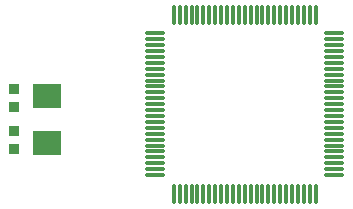
<source format=gtp>
%FSLAX25Y25*%
%MOIN*%
G70*
G01*
G75*
G04 Layer_Color=8421504*
%ADD10C,0.01000*%
%ADD11C,0.01200*%
%ADD12O,0.01181X0.06890*%
%ADD13O,0.06890X0.01181*%
%ADD14R,0.09449X0.07874*%
%ADD15R,0.03543X0.03740*%
%ADD16R,0.06000X0.18000*%
%ADD17R,0.18000X0.04000*%
%ADD18R,0.10000X0.08248*%
%ADD19R,0.06000X0.08000*%
%ADD20R,0.08000X0.06000*%
%ADD21R,0.06000X0.08500*%
%ADD22R,0.08500X0.06000*%
%ADD23R,0.18000X0.06000*%
%ADD24R,0.10000X0.08500*%
%ADD25R,0.07500X0.12000*%
%ADD26R,0.05906X0.05906*%
%ADD27R,0.05906X0.05906*%
%ADD28C,0.02400*%
%ADD29C,0.04500*%
%ADD30C,0.02000*%
%ADD31R,0.03740X0.03543*%
%ADD32R,0.05118X0.03543*%
%ADD33R,0.03543X0.05118*%
%ADD34R,0.04654X0.02962*%
%ADD35R,0.04962X0.04654*%
%ADD36R,0.18724X0.06000*%
%ADD37R,0.06000X0.18500*%
%ADD38C,0.02362*%
%ADD39C,0.00787*%
D12*
X64154Y117823D02*
D03*
X66123D02*
D03*
X68091D02*
D03*
X70060D02*
D03*
X72028D02*
D03*
X73997D02*
D03*
X75965D02*
D03*
X77934D02*
D03*
X79902D02*
D03*
X81871D02*
D03*
X83839D02*
D03*
X85808D02*
D03*
X87776D02*
D03*
X89745D02*
D03*
X91714D02*
D03*
X93682D02*
D03*
X95651D02*
D03*
X97619D02*
D03*
X99588D02*
D03*
X101556D02*
D03*
X103524D02*
D03*
X105493D02*
D03*
X107462D02*
D03*
X109430D02*
D03*
X111398D02*
D03*
Y58177D02*
D03*
X109430D02*
D03*
X107462D02*
D03*
X105493D02*
D03*
X103524D02*
D03*
X101556D02*
D03*
X99588D02*
D03*
X97619D02*
D03*
X95651D02*
D03*
X93682D02*
D03*
X91714D02*
D03*
X89745D02*
D03*
X87776D02*
D03*
X85808D02*
D03*
X83839D02*
D03*
X81871D02*
D03*
X79902D02*
D03*
X77934D02*
D03*
X75965D02*
D03*
X73997D02*
D03*
X72028D02*
D03*
X70060D02*
D03*
X68091D02*
D03*
X66123D02*
D03*
X64154D02*
D03*
D13*
X117599Y111622D02*
D03*
Y109653D02*
D03*
Y107685D02*
D03*
Y105717D02*
D03*
Y103748D02*
D03*
Y101779D02*
D03*
Y99811D02*
D03*
Y97843D02*
D03*
Y95874D02*
D03*
Y93906D02*
D03*
Y91937D02*
D03*
Y89969D02*
D03*
Y88000D02*
D03*
Y86032D02*
D03*
Y84063D02*
D03*
Y82095D02*
D03*
Y80126D02*
D03*
Y78158D02*
D03*
Y76189D02*
D03*
Y74221D02*
D03*
Y72252D02*
D03*
Y70284D02*
D03*
Y68315D02*
D03*
Y66347D02*
D03*
Y64378D02*
D03*
X57954D02*
D03*
Y66347D02*
D03*
Y68315D02*
D03*
Y70284D02*
D03*
Y72252D02*
D03*
Y74221D02*
D03*
Y76189D02*
D03*
Y78158D02*
D03*
Y80126D02*
D03*
Y82095D02*
D03*
Y84063D02*
D03*
Y86032D02*
D03*
Y88000D02*
D03*
Y89969D02*
D03*
Y91937D02*
D03*
Y93906D02*
D03*
Y95874D02*
D03*
Y97843D02*
D03*
Y99811D02*
D03*
Y101779D02*
D03*
Y103748D02*
D03*
Y105717D02*
D03*
Y107685D02*
D03*
Y109653D02*
D03*
Y111622D02*
D03*
D14*
X21777Y75126D02*
D03*
Y90874D02*
D03*
D15*
X10776Y79051D02*
D03*
Y72949D02*
D03*
Y93051D02*
D03*
Y86949D02*
D03*
M02*

</source>
